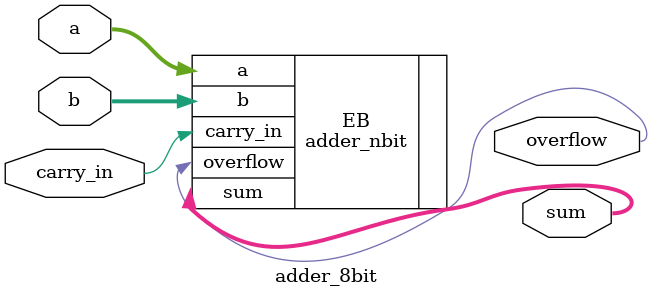
<source format=sv>

module adder_8bit
(
	input wire [7:0] a,
	input wire [7:0] b,
	input wire carry_in,
	output wire [7:0] sum,
	output wire overflow
);


	adder_nbit #(8) EB (.a(a), .b(b), .carry_in(carry_in),.sum(sum), .overflow(overflow));		
	
	// STUDENT: Fill in the correct port map with parameter override syntax for using your n-bit ripple carry adder design to be an 8-bit ripple carry adder design
endmodule

</source>
